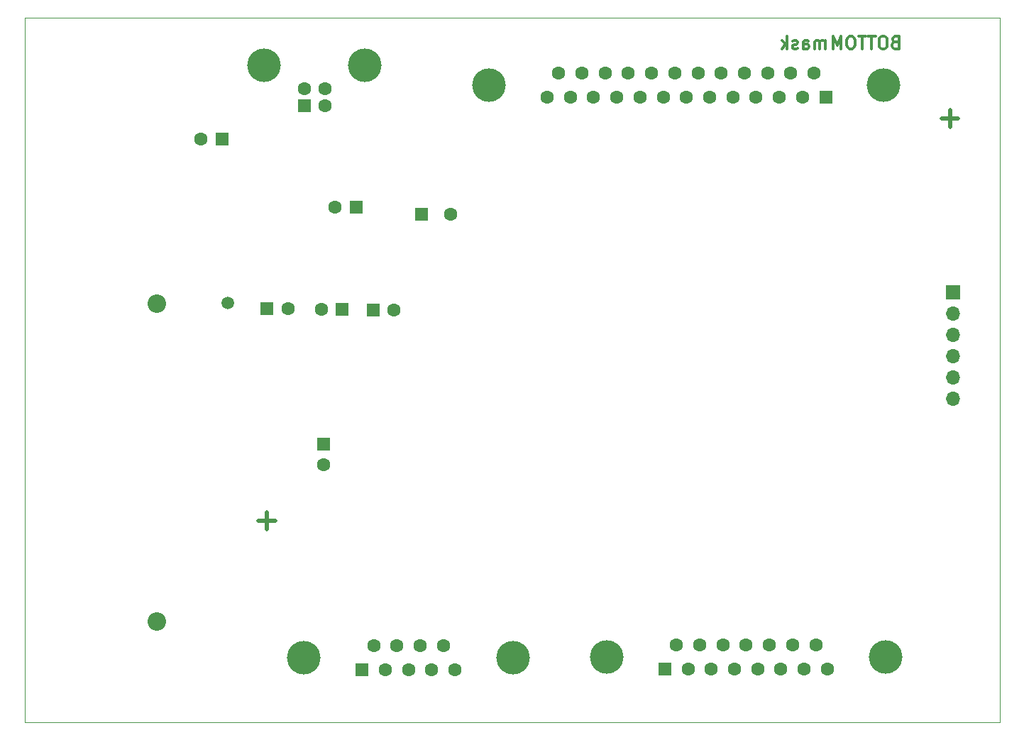
<source format=gbr>
%TF.GenerationSoftware,KiCad,Pcbnew,(6.0.0)*%
%TF.CreationDate,2022-01-24T11:23:06-03:00*%
%TF.ProjectId,HLI-M,484c492d-4d2e-46b6-9963-61645f706362,rev?*%
%TF.SameCoordinates,Original*%
%TF.FileFunction,Soldermask,Bot*%
%TF.FilePolarity,Negative*%
%FSLAX46Y46*%
G04 Gerber Fmt 4.6, Leading zero omitted, Abs format (unit mm)*
G04 Created by KiCad (PCBNEW (6.0.0)) date 2022-01-24 11:23:06*
%MOMM*%
%LPD*%
G01*
G04 APERTURE LIST*
%ADD10C,0.500000*%
%TA.AperFunction,Profile*%
%ADD11C,0.050000*%
%TD*%
%ADD12C,0.300000*%
%ADD13C,4.000000*%
%ADD14R,1.600000X1.600000*%
%ADD15C,1.600000*%
%ADD16R,1.700000X1.700000*%
%ADD17O,1.700000X1.700000*%
%ADD18C,1.500000*%
%ADD19C,2.205000*%
G04 APERTURE END LIST*
D10*
X181500000Y-41500000D02*
X179500000Y-41500000D01*
X100000000Y-89500000D02*
X98000000Y-89500000D01*
X99000000Y-88500000D02*
X99000000Y-90500000D01*
X180500000Y-40500000D02*
X180500000Y-42500000D01*
D11*
X186436000Y-113538000D02*
X186436000Y-29500000D01*
X70104000Y-29500000D02*
X70104000Y-113538000D01*
X186436000Y-29500000D02*
X70104000Y-29500000D01*
X70104000Y-113538000D02*
X186436000Y-113538000D01*
D12*
X173964285Y-32392857D02*
X173750000Y-32464285D01*
X173678571Y-32535714D01*
X173607142Y-32678571D01*
X173607142Y-32892857D01*
X173678571Y-33035714D01*
X173750000Y-33107142D01*
X173892857Y-33178571D01*
X174464285Y-33178571D01*
X174464285Y-31678571D01*
X173964285Y-31678571D01*
X173821428Y-31750000D01*
X173750000Y-31821428D01*
X173678571Y-31964285D01*
X173678571Y-32107142D01*
X173750000Y-32250000D01*
X173821428Y-32321428D01*
X173964285Y-32392857D01*
X174464285Y-32392857D01*
X172678571Y-31678571D02*
X172392857Y-31678571D01*
X172250000Y-31750000D01*
X172107142Y-31892857D01*
X172035714Y-32178571D01*
X172035714Y-32678571D01*
X172107142Y-32964285D01*
X172250000Y-33107142D01*
X172392857Y-33178571D01*
X172678571Y-33178571D01*
X172821428Y-33107142D01*
X172964285Y-32964285D01*
X173035714Y-32678571D01*
X173035714Y-32178571D01*
X172964285Y-31892857D01*
X172821428Y-31750000D01*
X172678571Y-31678571D01*
X171607142Y-31678571D02*
X170750000Y-31678571D01*
X171178571Y-33178571D02*
X171178571Y-31678571D01*
X170464285Y-31678571D02*
X169607142Y-31678571D01*
X170035714Y-33178571D02*
X170035714Y-31678571D01*
X168821428Y-31678571D02*
X168535714Y-31678571D01*
X168392857Y-31750000D01*
X168250000Y-31892857D01*
X168178571Y-32178571D01*
X168178571Y-32678571D01*
X168250000Y-32964285D01*
X168392857Y-33107142D01*
X168535714Y-33178571D01*
X168821428Y-33178571D01*
X168964285Y-33107142D01*
X169107142Y-32964285D01*
X169178571Y-32678571D01*
X169178571Y-32178571D01*
X169107142Y-31892857D01*
X168964285Y-31750000D01*
X168821428Y-31678571D01*
X167535714Y-33178571D02*
X167535714Y-31678571D01*
X167035714Y-32750000D01*
X166535714Y-31678571D01*
X166535714Y-33178571D01*
X165635714Y-33178571D02*
X165635714Y-32178571D01*
X165635714Y-32321428D02*
X165564285Y-32250000D01*
X165421428Y-32178571D01*
X165207142Y-32178571D01*
X165064285Y-32250000D01*
X164992857Y-32392857D01*
X164992857Y-33178571D01*
X164992857Y-32392857D02*
X164921428Y-32250000D01*
X164778571Y-32178571D01*
X164564285Y-32178571D01*
X164421428Y-32250000D01*
X164350000Y-32392857D01*
X164350000Y-33178571D01*
X162992857Y-33178571D02*
X162992857Y-32392857D01*
X163064285Y-32250000D01*
X163207142Y-32178571D01*
X163492857Y-32178571D01*
X163635714Y-32250000D01*
X162992857Y-33107142D02*
X163135714Y-33178571D01*
X163492857Y-33178571D01*
X163635714Y-33107142D01*
X163707142Y-32964285D01*
X163707142Y-32821428D01*
X163635714Y-32678571D01*
X163492857Y-32607142D01*
X163135714Y-32607142D01*
X162992857Y-32535714D01*
X162350000Y-33107142D02*
X162207142Y-33178571D01*
X161921428Y-33178571D01*
X161778571Y-33107142D01*
X161707142Y-32964285D01*
X161707142Y-32892857D01*
X161778571Y-32750000D01*
X161921428Y-32678571D01*
X162135714Y-32678571D01*
X162278571Y-32607142D01*
X162350000Y-32464285D01*
X162350000Y-32392857D01*
X162278571Y-32250000D01*
X162135714Y-32178571D01*
X161921428Y-32178571D01*
X161778571Y-32250000D01*
X161064285Y-33178571D02*
X161064285Y-31678571D01*
X160921428Y-32607142D02*
X160492857Y-33178571D01*
X160492857Y-32178571D02*
X161064285Y-32750000D01*
D13*
%TO.C,CON4*%
X172610800Y-37518200D03*
X125510800Y-37518200D03*
D14*
X165680800Y-38938200D03*
D15*
X162910800Y-38938200D03*
X160140800Y-38938200D03*
X157370800Y-38938200D03*
X154600800Y-38938200D03*
X151830800Y-38938200D03*
X149060800Y-38938200D03*
X146290800Y-38938200D03*
X143520800Y-38938200D03*
X140750800Y-38938200D03*
X137980800Y-38938200D03*
X135210800Y-38938200D03*
X132440800Y-38938200D03*
X164295800Y-36098200D03*
X161525800Y-36098200D03*
X158755800Y-36098200D03*
X155985800Y-36098200D03*
X153215800Y-36098200D03*
X150445800Y-36098200D03*
X147675800Y-36098200D03*
X144905800Y-36098200D03*
X142135800Y-36098200D03*
X139365800Y-36098200D03*
X136595800Y-36098200D03*
X133825800Y-36098200D03*
%TD*%
D16*
%TO.C,CON6*%
X180848000Y-62230000D03*
D17*
X180848000Y-64770000D03*
X180848000Y-67310000D03*
X180848000Y-69850000D03*
X180848000Y-72390000D03*
X180848000Y-74930000D03*
%TD*%
D13*
%TO.C,CON5*%
X128403000Y-105832000D03*
X103403000Y-105832000D03*
D14*
X110363000Y-107252000D03*
D15*
X113133000Y-107252000D03*
X115903000Y-107252000D03*
X118673000Y-107252000D03*
X121443000Y-107252000D03*
X111748000Y-104412000D03*
X114518000Y-104412000D03*
X117288000Y-104412000D03*
X120058000Y-104412000D03*
%TD*%
D14*
%TO.C,CON1*%
X103454200Y-39966900D03*
D15*
X105954200Y-39966900D03*
X105954200Y-37966900D03*
X103454200Y-37966900D03*
D13*
X110704200Y-35106900D03*
X98704200Y-35106900D03*
%TD*%
%TO.C,CON3*%
X139539000Y-105768000D03*
X172839000Y-105768000D03*
D14*
X146494000Y-107188000D03*
D15*
X149264000Y-107188000D03*
X152034000Y-107188000D03*
X154804000Y-107188000D03*
X157574000Y-107188000D03*
X160344000Y-107188000D03*
X163114000Y-107188000D03*
X165884000Y-107188000D03*
X147879000Y-104348000D03*
X150649000Y-104348000D03*
X153419000Y-104348000D03*
X156189000Y-104348000D03*
X158959000Y-104348000D03*
X161729000Y-104348000D03*
X164499000Y-104348000D03*
%TD*%
D14*
%TO.C,C2*%
X108005113Y-64250000D03*
D15*
X105505113Y-64250000D03*
%TD*%
D14*
%TO.C,C5*%
X93662500Y-43916600D03*
D15*
X91162500Y-43916600D03*
%TD*%
D14*
%TO.C,C8*%
X99044888Y-64150000D03*
D15*
X101544888Y-64150000D03*
%TD*%
D14*
%TO.C,C10*%
X105750000Y-80344888D03*
D15*
X105750000Y-82844888D03*
%TD*%
D14*
%TO.C,C12*%
X109650000Y-52050000D03*
D15*
X107150000Y-52050000D03*
%TD*%
D14*
%TO.C,C13*%
X111694888Y-64350000D03*
D15*
X114194888Y-64350000D03*
%TD*%
D14*
%TO.C,C14*%
X117447349Y-52900000D03*
D15*
X120947349Y-52900000D03*
%TD*%
D18*
%TO.C,BT1*%
X94352000Y-63550000D03*
D19*
X85852000Y-101535000D03*
X85852000Y-63565000D03*
%TD*%
M02*

</source>
